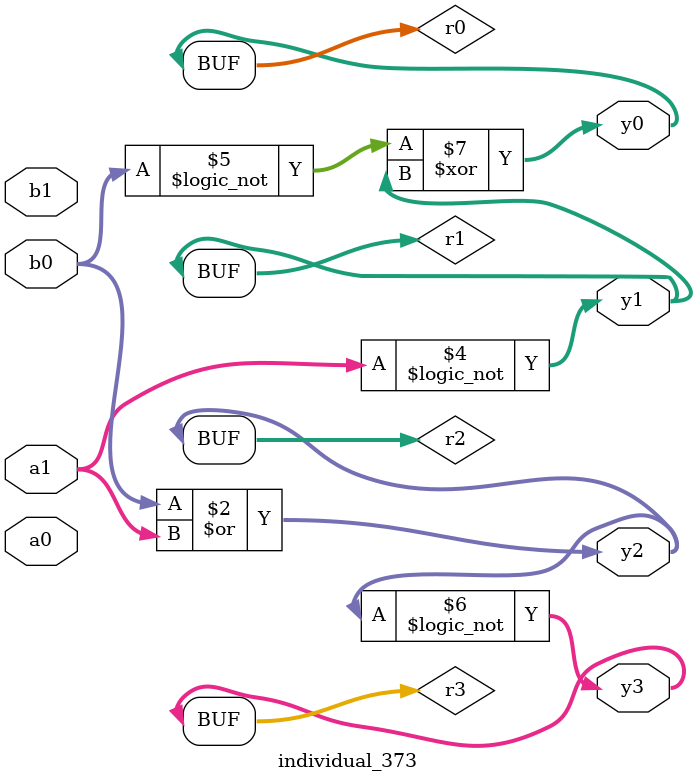
<source format=sv>
module individual_373(input logic [15:0] a1, input logic [15:0] a0, input logic [15:0] b1, input logic [15:0] b0, output logic [15:0] y3, output logic [15:0] y2, output logic [15:0] y1, output logic [15:0] y0);
logic [15:0] r0, r1, r2, r3; 
 always@(*) begin 
	 r0 = a0; r1 = a1; r2 = b0; r3 = b1; 
 	 r2  |=  r1 ;
 	 r3 = ! r1 ;
 	 r1 = ! a1 ;
 	 r0 = ! b0 ;
 	 r3 = ! r2 ;
 	 r0  ^=  r1 ;
 	 y3 = r3; y2 = r2; y1 = r1; y0 = r0; 
end
endmodule
</source>
